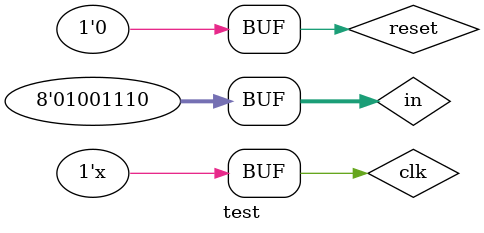
<source format=v>
`timescale 1ns / 1ps


module test;

	// Inputs
	reg clk;
	reg reset;
	reg [7:0] in;

	// Outputs
	wire result;

	// Instantiate the Unit Under Test (UUT)
	BlockChecker uut (
		.clk(clk), 
		.reset(reset), 
		.in(in), 
		.result(result)
	);

initial begin
    // Initialize Inputs
    clk = 0;
    reset = 0;
    in = 0;

    in = "a";
    #10;
    in = " ";
    #10;
    in = "b";
    #10;
    in = "e";
    #10;
    in = "g";
    #10;
    in = "i";
    #10;
    in = "N";
    #10;
    in = " ";
    #10;
    in = "e";
    #10;
    in = "n";
    #10;
    in = "D";
    #10;
    in = "c";
    #10;
    in = " ";
    #10;
    in = "e";
    #10;
    in = "n";
    #10;
    in = "d";
    #10;
    in = " ";
    #10;
    in = "e";
    #10;
    in = "n";
    #10;
    in = "d";
    #10;
    in = " ";
    #10;
    in = "b";
    #10;
    in = "e";
    #10;
    in = "g";
    #10;
    in = "i";
    #10;
    in = "N";
    #10;
    in = "e";
    #10;
    in = "g";
    #10;
    in = "i";
    #10;
    in = "N";
    #10;
    reset = 1;
    #10;
    reset = 0;
    in = "b";
    #10;
    in = "e";
    #10;
    in = "g";
    #10;
    in = "i";
    #10;
    in = "n";
    #10;
    in = "b";
    #10;
    in = " ";
    #10
    in = "b";
    #10;
    in = "e";
    #10;
    in = "g";
    #10;
    in = "i";
    #10;
    in = "n";
    #10;
    in = " ";
    #10;
    in = "e";
    #10;
    in = "n";
    #10;
    in = "D";
    #10;
    in = "c";
    #10;
    in = " ";
    #10;
    in = " ";
    #10;
    in = "e";
    #10;
    in = "n";
    #10;
    in = "d";
    #10;
    in = " ";
    #10;
    in = " ";
    #10;
    in = "e";
    #10;
    in = "n";
    #10;
    in = "d";
    #10;
    in = " ";
    #10;
    in = "b";
    #10;
    in = "e";
    #10;
    in = "g";
    #10;
    in = "i";
    #10;
    in = "N";
    #10;
    in = "e";
    #10;
    in = "g";
    #10;
    in = "i";
    #10;
    in = "N";
    #10;
end
always #5 clk = ~clk;
      
endmodule


</source>
